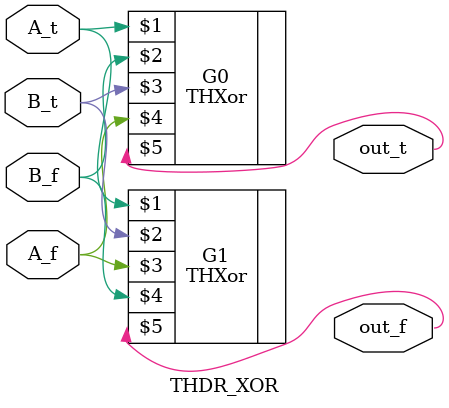
<source format=v>
module THDR_XOR(A_t, A_f, B_t, B_f, out_t, out_f);

input A_t, A_f, B_t,B_f;
output out_t, out_f;

THXor G0(A_t, B_f, B_t, A_f, out_t);
THXor G1(A_t, B_t, A_f, B_f, out_f);

endmodule
</source>
